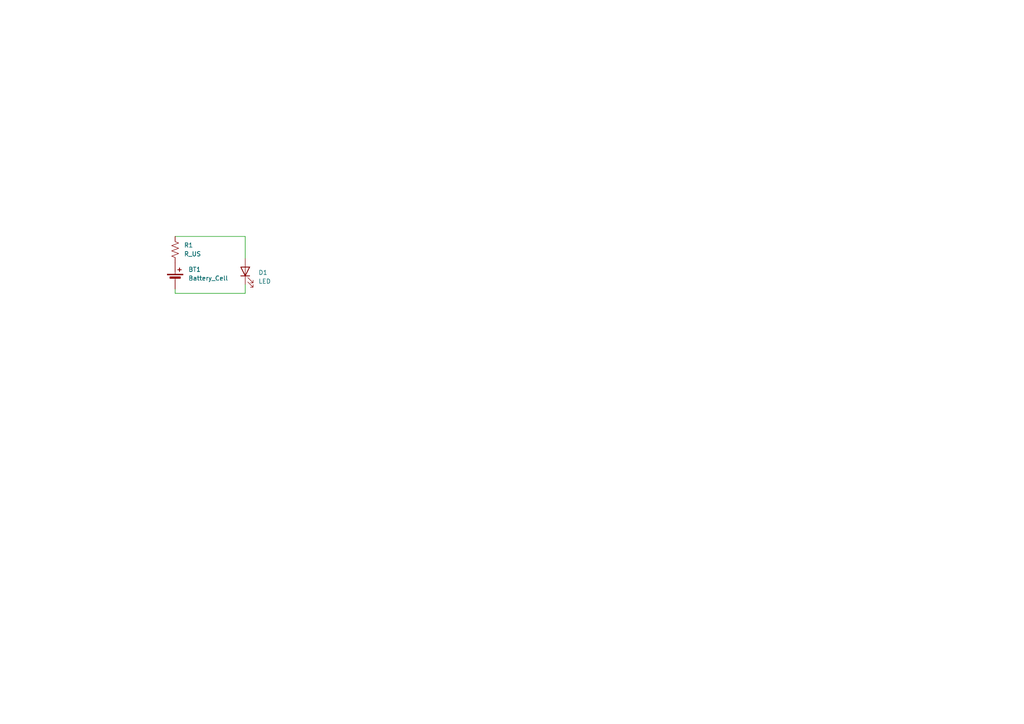
<source format=kicad_sch>
(kicad_sch (version 20231120) (generator "eeschema") (generator_version "8.0")
  (paper "A4")
  (lib_symbols
    (symbol "Device:Battery_Cell" (pin_numbers hide) (pin_names (offset 0) hide)
      (property "Reference" "BT" (at 2.54 2.54 0))
      (property "Value" "Battery_Cell" (at 2.54 0 0))
      (symbol "Battery_Cell_0_1"
        (rectangle (start -2.286 1.778) (end 2.286 1.524) (fill (type outline)))
        (rectangle (start -1.524 1.016) (end 1.524 0.508) (fill (type outline)))
        (polyline (pts (xy 0 0.762) (xy 0 0)))
        (polyline (pts (xy 0 1.778) (xy 0 2.54)))
        (polyline (pts (xy 0.762 3.048) (xy 1.778 3.048)) (stroke (width 0.254)))
        (polyline (pts (xy 1.27 3.556) (xy 1.27 2.54)) (stroke (width 0.254)))
      )
      (symbol "Battery_Cell_1_1"
        (pin passive line (at 0 5.08 270) (length 2.54) (name "+") (number "1"))
        (pin passive line (at 0 -2.54 90) (length 2.54) (name "-") (number "2"))
      )
    )
    (symbol "Device:LED" (pin_numbers hide) (pin_names (offset 1.016) hide)
      (property "Reference" "D" (at 0 2.54 0))
      (property "Value" "LED" (at 0 -2.54 0))
      (symbol "LED_0_1"
        (polyline (pts (xy -1.27 -1.27) (xy -1.27 1.27)) (stroke (width 0.254)))
        (polyline (pts (xy -1.27 0) (xy 1.27 0)))
        (polyline (pts (xy 1.27 -1.27) (xy 1.27 1.27) (xy -1.27 0) (xy 1.27 -1.27)) (stroke (width 0.254)))
        (polyline (pts (xy -3.048 -0.762) (xy -4.572 -2.286) (xy -3.81 -2.286) (xy -4.572 -2.286) (xy -4.572 -1.524)))
        (polyline (pts (xy -1.778 -0.762) (xy -3.302 -2.286) (xy -2.54 -2.286) (xy -3.302 -2.286) (xy -3.302 -1.524)))
      )
      (symbol "LED_1_1"
        (pin passive line (at -3.81 0 0) (length 2.54) (name "K") (number "1"))
        (pin passive line (at 3.81 0 180) (length 2.54) (name "A") (number "2"))
      )
    )
    (symbol "Device:R_US" (pin_numbers hide) (pin_names (offset 0))
      (property "Reference" "R" (at 2.54 0 90))
      (property "Value" "R_US" (at -2.54 0 90))
      (symbol "R_US_0_1"
        (polyline (pts (xy 0 -2.286) (xy 0 -2.54)))
        (polyline (pts (xy 0 2.286) (xy 0 2.54)))
        (polyline (pts (xy 0 -0.762) (xy 1.016 -1.143) (xy 0 -1.524) (xy -1.016 -1.905) (xy 0 -2.286)))
        (polyline (pts (xy 0 0.762) (xy 1.016 0.381) (xy 0 0) (xy -1.016 -0.381) (xy 0 -0.762)))
        (polyline (pts (xy 0 2.286) (xy 1.016 1.905) (xy 0 1.524) (xy -1.016 1.143) (xy 0 0.762)))
      )
      (symbol "R_US_1_1"
        (pin passive line (at 0 3.81 270) (length 1.27) (name "~") (number "1"))
        (pin passive line (at 0 -3.81 90) (length 1.27) (name "~") (number "2"))
      )
    )
  )
  (wire (pts (xy 71.12 85.09) (xy 50.8 85.09)))
  (wire (pts (xy 71.12 68.58) (xy 71.12 74.93)))
  (wire (pts (xy 71.12 82.55) (xy 71.12 85.09)))
  (wire (pts (xy 50.8 85.09) (xy 50.8 83.82)))
  (wire (pts (xy 50.8 68.58) (xy 71.12 68.58)))
  (symbol (lib_id "Device:LED") (at 71.12 78.74 90) (unit 1)
    (property "Reference" "D1" (at 74.93 79.0574 90) (effects (justify right)))
    (property "Value" "LED" (at 74.93 81.5974 90) (effects (justify right)))
    (property "Footprint" "Diode_SMD:D_0805_2012Metric_Pad1.15x1.40mm_HandSolder" (effects (hide yes)))
    (property "Description" "Light emitting diode" (effects (hide yes)))
  )
  (symbol (lib_id "Device:R_US") (at 50.8 72.39 0) (unit 1)
    (property "Reference" "R1" (at 53.34 71.1199 0) (effects (justify left)))
    (property "Value" "R_US" (at 53.34 73.6599 0) (effects (justify left)))
    (property "Footprint" "Resistor_SMD:R_0805_2012Metric_Pad1.20x1.40mm_HandSolder" (effects (hide yes)))
    (property "Description" "Resistor, US symbol" (effects (hide yes)))
  )
  (symbol (lib_id "Device:Battery_Cell") (at 50.8 81.28 0) (unit 1)
    (property "Reference" "BT1" (at 54.61 78.1684 0) (effects (justify left)))
    (property "Value" "Battery_Cell" (at 54.61 80.7084 0) (effects (justify left)))
    (property "Footprint" "FS_3_Global_Footprint_Library:MS621FE-FL11E_SEC" (effects (hide yes)))
    (property "Description" "Single-cell battery" (effects (hide yes)))
  )
)
</source>
